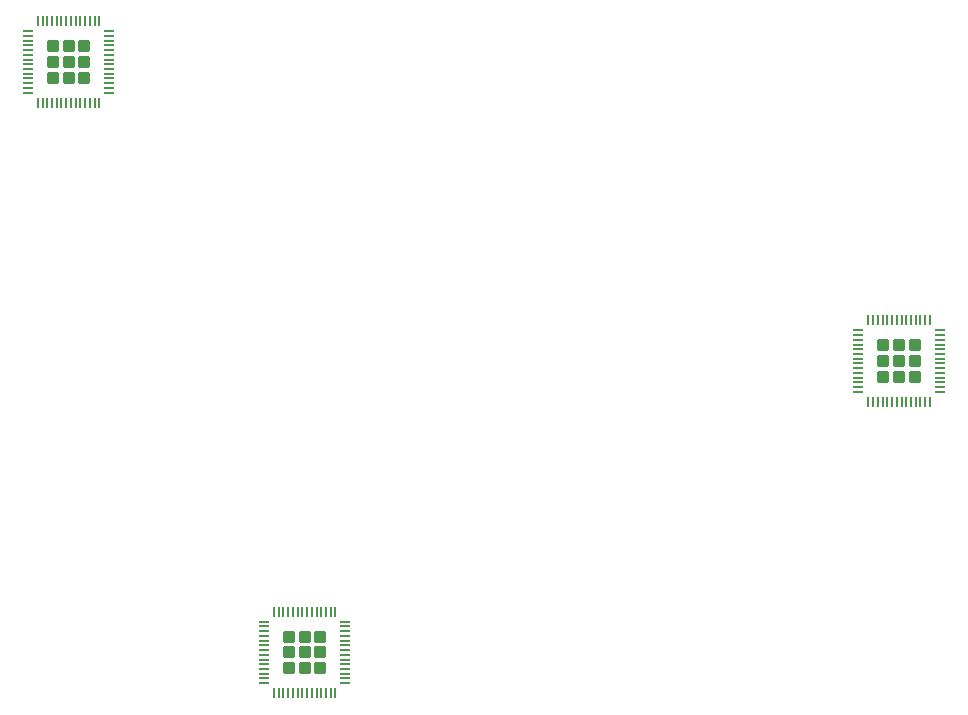
<source format=gtp>
G04 Gerber file generated by Gerbonara*
%TF.GenerationSoftware,KiCad,Pcbnew,8.0.2-1*%
%TF.CreationDate,2024-09-25T19:04:35+01:00*%
%TF.ProjectId,test_module_1,74657374-5f6d-46f6-9475-6c655f312e6b,rev?*%
%TF.SameCoordinates,PX8583b00PY5f5e100*%
%TF.FileFunction,Paste,Top*%
%TF.FilePolarity,Positive*%
%MOMM*%
%FSLAX45Y45*%
%IPPOS*%
G75
%LPD*%
%AMCALCM10*
0 Fully substituted instance of RoundRect macro*
0 Original parameters: 0.25X-0.285X-0.285X0.285X-0.285X0.285X0.285X-0.285X0.285*
4,1,4,-0.285,-0.285,0.285,-0.285,0.285,0.285,-0.285,0.285,-0.285,-0.285,0*
1,1,0.5,-0.285,-0.285,0*
1,1,0.5,0.285,-0.285,0*
1,1,0.5,0.285,0.285,0*
1,1,0.5,-0.285,0.285,0*
20,1,0.5,-0.285,-0.285,0.285,-0.285,0*
20,1,0.5,0.285,-0.285,0.285,0.285,0*
20,1,0.5,0.285,0.285,-0.285,0.285,0*
20,1,0.5,-0.285,0.285,-0.285,-0.285,0*
%
%AMCALCM11*
0 Fully substituted instance of RoundRect macro*
0 Original parameters: 0.05X-0.35X-0.05X0.35X-0.05X0.35X0.05X-0.35X0.05*
4,1,4,-0.35,-0.05,0.35,-0.05,0.35,0.05,-0.35,0.05,-0.35,-0.05,0*
1,1,0.1,-0.35,-0.05,0*
1,1,0.1,0.35,-0.05,0*
1,1,0.1,0.35,0.05,0*
1,1,0.1,-0.35,0.05,0*
20,1,0.1,-0.35,-0.05,0.35,-0.05,0*
20,1,0.1,0.35,-0.05,0.35,0.05,0*
20,1,0.1,0.35,0.05,-0.35,0.05,0*
20,1,0.1,-0.35,0.05,-0.35,-0.05,0*
%
%AMCALCM12*
0 Fully substituted instance of RoundRect macro*
0 Original parameters: 0.05X-0.05X-0.35X0.05X-0.35X0.05X0.35X-0.05X0.35*
4,1,4,-0.05,-0.35,0.05,-0.35,0.05,0.35,-0.05,0.35,-0.05,-0.35,0*
1,1,0.1,-0.05,-0.35,0*
1,1,0.1,0.05,-0.35,0*
1,1,0.1,0.05,0.35,0*
1,1,0.1,-0.05,0.35,0*
20,1,0.1,-0.05,-0.35,0.05,-0.35,0*
20,1,0.1,0.05,-0.35,0.05,0.35,0*
20,1,0.1,0.05,0.35,-0.05,0.35,0*
20,1,0.1,-0.05,0.35,-0.05,-0.35,0*
%
%AMCALCM13*
0 Fully substituted instance of GNX073E3115B3D119BE macro*
0 Original parameters: 0.25X-0.285X-0.285X0.285X-0.285X0.285X0.285X-0.285X0.285*
4,1,4,-0.285,0.285,-0.285,-0.285,0.285,-0.285,0.285,0.285,-0.285,0.285,0*
1,1,0.5,-0.285,0.285,0*
1,1,0.5,-0.285,-0.285,0*
1,1,0.5,0.285,-0.285,0*
1,1,0.5,0.285,0.285,0*
20,1,0.5,-0.285,0.285,-0.285,-0.285,0*
20,1,0.5,-0.285,-0.285,0.285,-0.285,0*
20,1,0.5,0.285,-0.285,0.285,0.285,0*
20,1,0.5,0.285,0.285,-0.285,0.285,0*
%
%AMCALCM14*
0 Fully substituted instance of GNX073E3115B3D119BE macro*
0 Original parameters: 0.05X-0.35X-0.05X0.35X-0.05X0.35X0.05X-0.35X0.05*
4,1,4,-0.05,0.35,-0.05,-0.35,0.05,-0.35,0.05,0.35,-0.05,0.35,0*
1,1,0.1,-0.05,0.35,0*
1,1,0.1,-0.05,-0.35,0*
1,1,0.1,0.05,-0.35,0*
1,1,0.1,0.05,0.35,0*
20,1,0.1,-0.05,0.35,-0.05,-0.35,0*
20,1,0.1,-0.05,-0.35,0.05,-0.35,0*
20,1,0.1,0.05,-0.35,0.05,0.35,0*
20,1,0.1,0.05,0.35,-0.05,0.35,0*
%
%AMCALCM15*
0 Fully substituted instance of GNX073E3115B3D119BE macro*
0 Original parameters: 0.05X-0.05X-0.35X0.05X-0.35X0.05X0.35X-0.05X0.35*
4,1,4,-0.35,0.05,-0.35,-0.05,0.35,-0.05,0.35,0.05,-0.35,0.05,0*
1,1,0.1,-0.35,0.05,0*
1,1,0.1,-0.35,-0.05,0*
1,1,0.1,0.35,-0.05,0*
1,1,0.1,0.35,0.05,0*
20,1,0.1,-0.35,0.05,-0.35,-0.05,0*
20,1,0.1,-0.35,-0.05,0.35,-0.05,0*
20,1,0.1,0.35,-0.05,0.35,0.05,0*
20,1,0.1,0.35,0.05,-0.35,0.05,0*
%
%ADD10CALCM10*%
%ADD11CALCM11*%
%ADD12CALCM12*%
%ADD13CALCM13*%
%ADD14CALCM14*%
%ADD15CALCM15*%
D10*
X-001633000Y-002334000D03*
X-001633000Y-002467000D03*
X-001633000Y-002600000D03*
X-001500000Y-002334000D03*
X-001500000Y-002467000D03*
X-001500000Y-002600000D03*
X-001367000Y-002334000D03*
X-001367000Y-002467000D03*
X-001367000Y-002600000D03*
D11*
X-001845000Y-002207000D03*
X-001845000Y-002247000D03*
X-001845000Y-002287000D03*
X-001845000Y-002327000D03*
X-001845000Y-002367000D03*
X-001845000Y-002407000D03*
X-001845000Y-002447000D03*
X-001845000Y-002487000D03*
X-001845000Y-002527000D03*
X-001845000Y-002567000D03*
X-001845000Y-002607000D03*
X-001845000Y-002647000D03*
X-001845000Y-002687000D03*
X-001845000Y-002727000D03*
D12*
X-001760000Y-002812000D03*
X-001720000Y-002812000D03*
X-001680000Y-002812000D03*
X-001640000Y-002812000D03*
X-001600000Y-002812000D03*
X-001560000Y-002812000D03*
X-001520000Y-002812000D03*
X-001480000Y-002812000D03*
X-001440000Y-002812000D03*
X-001400000Y-002812000D03*
X-001360000Y-002812000D03*
X-001320000Y-002812000D03*
X-001280000Y-002812000D03*
X-001240000Y-002812000D03*
D11*
X-001155000Y-002727000D03*
X-001155000Y-002687000D03*
X-001155000Y-002647000D03*
X-001155000Y-002607000D03*
X-001155000Y-002567000D03*
X-001155000Y-002527000D03*
X-001155000Y-002487000D03*
X-001155000Y-002447000D03*
X-001155000Y-002407000D03*
X-001155000Y-002367000D03*
X-001155000Y-002327000D03*
X-001155000Y-002287000D03*
X-001155000Y-002247000D03*
X-001155000Y-002207000D03*
D12*
X-001240000Y-002122000D03*
X-001280000Y-002122000D03*
X-001320000Y-002122000D03*
X-001360000Y-002122000D03*
X-001400000Y-002122000D03*
X-001440000Y-002122000D03*
X-001480000Y-002122000D03*
X-001520000Y-002122000D03*
X-001560000Y-002122000D03*
X-001600000Y-002122000D03*
X-001640000Y-002122000D03*
X-001680000Y-002122000D03*
X-001720000Y-002122000D03*
X-001760000Y-002122000D03*
D10*
X-003633000Y002666000D03*
X-003633000Y002533000D03*
X-003633000Y002400000D03*
X-003500000Y002666000D03*
X-003500000Y002533000D03*
X-003500000Y002400000D03*
X-003367000Y002666000D03*
X-003367000Y002533000D03*
X-003367000Y002400000D03*
D11*
X-003845000Y002793000D03*
X-003845000Y002753000D03*
X-003845000Y002713000D03*
X-003845000Y002673000D03*
X-003845000Y002633000D03*
X-003845000Y002593000D03*
X-003845000Y002553000D03*
X-003845000Y002513000D03*
X-003845000Y002473000D03*
X-003845000Y002433000D03*
X-003845000Y002393000D03*
X-003845000Y002353000D03*
X-003845000Y002313000D03*
X-003845000Y002273000D03*
D12*
X-003760000Y002188000D03*
X-003720000Y002188000D03*
X-003680000Y002188000D03*
X-003640000Y002188000D03*
X-003600000Y002188000D03*
X-003560000Y002188000D03*
X-003520000Y002188000D03*
X-003480000Y002188000D03*
X-003440000Y002188000D03*
X-003400000Y002188000D03*
X-003360000Y002188000D03*
X-003320000Y002188000D03*
X-003280000Y002188000D03*
X-003240000Y002188000D03*
D11*
X-003155000Y002273000D03*
X-003155000Y002313000D03*
X-003155000Y002353000D03*
X-003155000Y002393000D03*
X-003155000Y002433000D03*
X-003155000Y002473000D03*
X-003155000Y002513000D03*
X-003155000Y002553000D03*
X-003155000Y002593000D03*
X-003155000Y002633000D03*
X-003155000Y002673000D03*
X-003155000Y002713000D03*
X-003155000Y002753000D03*
X-003155000Y002793000D03*
D12*
X-003240000Y002878000D03*
X-003280000Y002878000D03*
X-003320000Y002878000D03*
X-003360000Y002878000D03*
X-003400000Y002878000D03*
X-003440000Y002878000D03*
X-003480000Y002878000D03*
X-003520000Y002878000D03*
X-003560000Y002878000D03*
X-003600000Y002878000D03*
X-003640000Y002878000D03*
X-003680000Y002878000D03*
X-003720000Y002878000D03*
X-003760000Y002878000D03*
D13*
X003666000Y000133000D03*
X003533000Y000133000D03*
X003400000Y000133000D03*
X003666000Y0D03*
X003533000Y0D03*
X003400000Y0D03*
X003666000Y-000133000D03*
X003533000Y-000133000D03*
X003400000Y-000133000D03*
D14*
X003793000Y000345000D03*
X003753000Y000345000D03*
X003713000Y000345000D03*
X003673000Y000345000D03*
X003633000Y000345000D03*
X003593000Y000345000D03*
X003553000Y000345000D03*
X003513000Y000345000D03*
X003473000Y000345000D03*
X003433000Y000345000D03*
X003393000Y000345000D03*
X003353000Y000345000D03*
X003313000Y000345000D03*
X003273000Y000345000D03*
D15*
X003188000Y000260000D03*
X003188000Y000220000D03*
X003188000Y000180000D03*
X003188000Y000140000D03*
X003188000Y000100000D03*
X003188000Y000060000D03*
X003188000Y000020000D03*
X003188000Y-000020000D03*
X003188000Y-000060000D03*
X003188000Y-000100000D03*
X003188000Y-000140000D03*
X003188000Y-000180000D03*
X003188000Y-000220000D03*
X003188000Y-000260000D03*
D14*
X003273000Y-000345000D03*
X003313000Y-000345000D03*
X003353000Y-000345000D03*
X003393000Y-000345000D03*
X003433000Y-000345000D03*
X003473000Y-000345000D03*
X003513000Y-000345000D03*
X003553000Y-000345000D03*
X003593000Y-000345000D03*
X003633000Y-000345000D03*
X003673000Y-000345000D03*
X003713000Y-000345000D03*
X003753000Y-000345000D03*
X003793000Y-000345000D03*
D15*
X003878000Y-000260000D03*
X003878000Y-000220000D03*
X003878000Y-000180000D03*
X003878000Y-000140000D03*
X003878000Y-000100000D03*
X003878000Y-000060000D03*
X003878000Y-000020000D03*
X003878000Y000020000D03*
X003878000Y000060000D03*
X003878000Y000100000D03*
X003878000Y000140000D03*
X003878000Y000180000D03*
X003878000Y000220000D03*
X003878000Y000260000D03*
M02*
</source>
